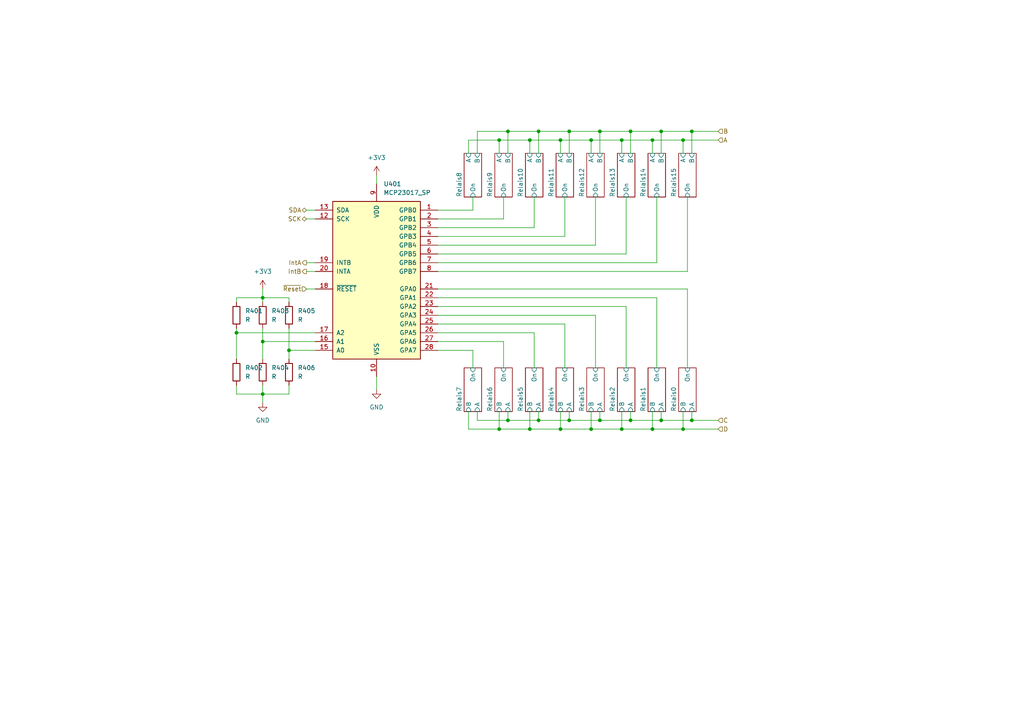
<source format=kicad_sch>
(kicad_sch (version 20211123) (generator eeschema)
  (paper "A4")
  (lib_symbols
    (symbol "Device:R" (pin_numbers hide) (pin_names (offset 0))
      (property "Reference" "R" (at 2.032 0 90))
      (property "Value" "R" (at 0 0 90))
      (symbol "R_0_1"
        (rectangle (start -1.016 -2.54) (end 1.016 2.54) (stroke (width 0.254)))
      )
      (symbol "R_1_1"
        (pin passive line (at 0 3.81 270) (length 1.27) (name "~") (number "1"))
        (pin passive line (at 0 -3.81 90) (length 1.27) (name "~") (number "2"))
      )
    )
    (symbol "Interface_Expansion:MCP23017_SP" (pin_names (offset 1.016))
      (property "Reference" "U" (at -11.43 24.13 0))
      (property "Value" "MCP23017_SP" (at 0 0 0))
      (symbol "MCP23017_SP_0_1"
        (rectangle (start -12.7 22.86) (end 12.7 -22.86) (stroke (width 0.254)) (fill (type background)))
      )
      (symbol "MCP23017_SP_1_1"
        (pin bidirectional line (at 17.78 20.32 180) (length 5.08) (name "GPB0") (number "1"))
        (pin power_in line (at 0 -27.94 90) (length 5.08) (name "VSS") (number "10"))
        (pin no_connect line (at -12.7 15.24 0) (length 5.08) hide (name "NC") (number "11"))
        (pin input line (at -17.78 17.78 0) (length 5.08) (name "SCK") (number "12"))
        (pin bidirectional line (at -17.78 20.32 0) (length 5.08) (name "SDA") (number "13"))
        (pin no_connect line (at -12.7 12.7 0) (length 5.08) hide (name "NC") (number "14"))
        (pin input line (at -17.78 -20.32 0) (length 5.08) (name "A0") (number "15"))
        (pin input line (at -17.78 -17.78 0) (length 5.08) (name "A1") (number "16"))
        (pin input line (at -17.78 -15.24 0) (length 5.08) (name "A2") (number "17"))
        (pin input line (at -17.78 -2.54 0) (length 5.08) (name "~{RESET}") (number "18"))
        (pin tri_state line (at -17.78 5.08 0) (length 5.08) (name "INTB") (number "19"))
        (pin bidirectional line (at 17.78 17.78 180) (length 5.08) (name "GPB1") (number "2"))
        (pin tri_state line (at -17.78 2.54 0) (length 5.08) (name "INTA") (number "20"))
        (pin bidirectional line (at 17.78 -2.54 180) (length 5.08) (name "GPA0") (number "21"))
        (pin bidirectional line (at 17.78 -5.08 180) (length 5.08) (name "GPA1") (number "22"))
        (pin bidirectional line (at 17.78 -7.62 180) (length 5.08) (name "GPA2") (number "23"))
        (pin bidirectional line (at 17.78 -10.16 180) (length 5.08) (name "GPA3") (number "24"))
        (pin bidirectional line (at 17.78 -12.7 180) (length 5.08) (name "GPA4") (number "25"))
        (pin bidirectional line (at 17.78 -15.24 180) (length 5.08) (name "GPA5") (number "26"))
        (pin bidirectional line (at 17.78 -17.78 180) (length 5.08) (name "GPA6") (number "27"))
        (pin bidirectional line (at 17.78 -20.32 180) (length 5.08) (name "GPA7") (number "28"))
        (pin bidirectional line (at 17.78 15.24 180) (length 5.08) (name "GPB2") (number "3"))
        (pin bidirectional line (at 17.78 12.7 180) (length 5.08) (name "GPB3") (number "4"))
        (pin bidirectional line (at 17.78 10.16 180) (length 5.08) (name "GPB4") (number "5"))
        (pin bidirectional line (at 17.78 7.62 180) (length 5.08) (name "GPB5") (number "6"))
        (pin bidirectional line (at 17.78 5.08 180) (length 5.08) (name "GPB6") (number "7"))
        (pin bidirectional line (at 17.78 2.54 180) (length 5.08) (name "GPB7") (number "8"))
        (pin power_in line (at 0 27.94 270) (length 5.08) (name "VDD") (number "9"))
      )
    )
    (symbol "power:+3.3V" (power) (pin_names (offset 0))
      (property "Value" "+3.3V" (at 0 3.556 0))
      (symbol "+3.3V_0_1"
        (polyline (pts (xy -0.762 1.27) (xy 0 2.54)))
        (polyline (pts (xy 0 0) (xy 0 2.54)))
        (polyline (pts (xy 0 2.54) (xy 0.762 1.27)))
      )
      (symbol "+3.3V_1_1"
        (pin power_in line (at 0 0 90) (length 0) hide (name "+3V3") (number "1"))
      )
    )
    (symbol "power:GND" (power) (pin_names (offset 0))
      (property "Value" "GND" (at 0 -3.81 0))
      (symbol "GND_0_1"
        (polyline (pts (xy 0 0) (xy 0 -1.27) (xy 1.27 -1.27) (xy 0 -2.54) (xy -1.27 -1.27) (xy 0 -1.27)))
      )
      (symbol "GND_1_1"
        (pin power_in line (at 0 0 270) (length 0) hide (name "GND") (number "1"))
      )
    )
  )
  (junction (at 162.56 40.64))
  (junction (at 200.66 38.1))
  (junction (at 165.1 38.1))
  (junction (at 147.32 38.1))
  (junction (at 191.77 121.92))
  (junction (at 76.2 114.3))
  (junction (at 189.23 124.46))
  (junction (at 156.21 38.1))
  (junction (at 198.12 124.46))
  (junction (at 171.45 40.64))
  (junction (at 144.78 124.46))
  (junction (at 198.12 40.64))
  (junction (at 162.56 124.46))
  (junction (at 182.88 121.92))
  (junction (at 165.1 121.92))
  (junction (at 76.2 86.36))
  (junction (at 156.21 121.92))
  (junction (at 189.23 40.64))
  (junction (at 153.67 124.46))
  (junction (at 191.77 38.1))
  (junction (at 200.66 121.92))
  (junction (at 147.32 121.92))
  (junction (at 173.99 38.1))
  (junction (at 171.45 124.46))
  (junction (at 173.99 121.92))
  (junction (at 153.67 40.64))
  (junction (at 76.2 99.06))
  (junction (at 182.88 38.1))
  (junction (at 68.58 96.52))
  (junction (at 144.78 40.64))
  (junction (at 180.34 40.64))
  (junction (at 83.82 101.6))
  (junction (at 180.34 124.46))
  (wire (pts (xy 200.66 38.1) (xy 191.77 38.1)))
  (wire (pts (xy 127 96.52) (xy 154.94 96.52)))
  (wire (pts (xy 127 88.9) (xy 181.61 88.9)))
  (wire (pts (xy 172.72 91.44) (xy 172.72 106.68)))
  (wire (pts (xy 198.12 124.46) (xy 189.23 124.46)))
  (wire (pts (xy 147.32 119.38) (xy 147.32 121.92)))
  (wire (pts (xy 163.83 93.98) (xy 127 93.98)))
  (wire (pts (xy 156.21 38.1) (xy 147.32 38.1)))
  (wire (pts (xy 198.12 40.64) (xy 198.12 44.45)))
  (wire (pts (xy 180.34 124.46) (xy 171.45 124.46)))
  (wire (pts (xy 68.58 86.36) (xy 68.58 87.63)))
  (wire (pts (xy 127 66.04) (xy 154.94 66.04)))
  (wire (pts (xy 147.32 121.92) (xy 156.21 121.92)))
  (wire (pts (xy 180.34 119.38) (xy 180.34 124.46)))
  (wire (pts (xy 156.21 38.1) (xy 156.21 44.45)))
  (wire (pts (xy 182.88 38.1) (xy 182.88 44.45)))
  (wire (pts (xy 88.9 83.82) (xy 91.44 83.82)))
  (wire (pts (xy 127 101.6) (xy 137.16 101.6)))
  (wire (pts (xy 163.83 68.58) (xy 163.83 57.15)))
  (wire (pts (xy 76.2 111.76) (xy 76.2 114.3)))
  (wire (pts (xy 173.99 38.1) (xy 165.1 38.1)))
  (wire (pts (xy 162.56 119.38) (xy 162.56 124.46)))
  (wire (pts (xy 182.88 121.92) (xy 191.77 121.92)))
  (wire (pts (xy 180.34 40.64) (xy 180.34 44.45)))
  (wire (pts (xy 83.82 101.6) (xy 83.82 104.14)))
  (wire (pts (xy 191.77 119.38) (xy 191.77 121.92)))
  (wire (pts (xy 146.05 57.15) (xy 146.05 63.5)))
  (wire (pts (xy 76.2 114.3) (xy 83.82 114.3)))
  (wire (pts (xy 68.58 95.25) (xy 68.58 96.52)))
  (wire (pts (xy 76.2 99.06) (xy 76.2 104.14)))
  (wire (pts (xy 146.05 99.06) (xy 127 99.06)))
  (wire (pts (xy 171.45 40.64) (xy 171.45 44.45)))
  (wire (pts (xy 137.16 101.6) (xy 137.16 106.68)))
  (wire (pts (xy 83.82 101.6) (xy 91.44 101.6)))
  (wire (pts (xy 144.78 40.64) (xy 144.78 44.45)))
  (wire (pts (xy 171.45 40.64) (xy 180.34 40.64)))
  (wire (pts (xy 135.89 40.64) (xy 144.78 40.64)))
  (wire (pts (xy 153.67 124.46) (xy 144.78 124.46)))
  (wire (pts (xy 68.58 114.3) (xy 76.2 114.3)))
  (wire (pts (xy 127 60.96) (xy 137.16 60.96)))
  (wire (pts (xy 198.12 119.38) (xy 198.12 124.46)))
  (wire (pts (xy 135.89 44.45) (xy 135.89 40.64)))
  (wire (pts (xy 144.78 119.38) (xy 144.78 124.46)))
  (wire (pts (xy 138.43 121.92) (xy 147.32 121.92)))
  (wire (pts (xy 153.67 40.64) (xy 162.56 40.64)))
  (wire (pts (xy 109.22 109.22) (xy 109.22 113.03)))
  (wire (pts (xy 76.2 99.06) (xy 91.44 99.06)))
  (wire (pts (xy 199.39 78.74) (xy 199.39 57.15)))
  (wire (pts (xy 76.2 114.3) (xy 76.2 116.84)))
  (wire (pts (xy 88.9 63.5) (xy 91.44 63.5)))
  (wire (pts (xy 182.88 119.38) (xy 182.88 121.92)))
  (wire (pts (xy 190.5 86.36) (xy 190.5 106.68)))
  (wire (pts (xy 200.66 44.45) (xy 200.66 38.1)))
  (wire (pts (xy 200.66 38.1) (xy 208.28 38.1)))
  (wire (pts (xy 156.21 121.92) (xy 165.1 121.92)))
  (wire (pts (xy 68.58 96.52) (xy 68.58 104.14)))
  (wire (pts (xy 198.12 40.64) (xy 208.28 40.64)))
  (wire (pts (xy 163.83 106.68) (xy 163.83 93.98)))
  (wire (pts (xy 127 78.74) (xy 199.39 78.74)))
  (wire (pts (xy 189.23 40.64) (xy 189.23 44.45)))
  (wire (pts (xy 88.9 76.2) (xy 91.44 76.2)))
  (wire (pts (xy 147.32 38.1) (xy 147.32 44.45)))
  (wire (pts (xy 83.82 87.63) (xy 83.82 86.36)))
  (wire (pts (xy 198.12 124.46) (xy 208.28 124.46)))
  (wire (pts (xy 68.58 111.76) (xy 68.58 114.3)))
  (wire (pts (xy 165.1 38.1) (xy 156.21 38.1)))
  (wire (pts (xy 127 83.82) (xy 199.39 83.82)))
  (wire (pts (xy 127 71.12) (xy 172.72 71.12)))
  (wire (pts (xy 88.9 78.74) (xy 91.44 78.74)))
  (wire (pts (xy 127 63.5) (xy 146.05 63.5)))
  (wire (pts (xy 165.1 38.1) (xy 165.1 44.45)))
  (wire (pts (xy 88.9 60.96) (xy 91.44 60.96)))
  (wire (pts (xy 191.77 38.1) (xy 191.77 44.45)))
  (wire (pts (xy 200.66 121.92) (xy 208.28 121.92)))
  (wire (pts (xy 162.56 40.64) (xy 162.56 44.45)))
  (wire (pts (xy 147.32 38.1) (xy 138.43 38.1)))
  (wire (pts (xy 153.67 40.64) (xy 153.67 44.45)))
  (wire (pts (xy 153.67 119.38) (xy 153.67 124.46)))
  (wire (pts (xy 127 73.66) (xy 181.61 73.66)))
  (wire (pts (xy 68.58 96.52) (xy 91.44 96.52)))
  (wire (pts (xy 127 91.44) (xy 172.72 91.44)))
  (wire (pts (xy 144.78 40.64) (xy 153.67 40.64)))
  (wire (pts (xy 181.61 73.66) (xy 181.61 57.15)))
  (wire (pts (xy 83.82 95.25) (xy 83.82 101.6)))
  (wire (pts (xy 127 76.2) (xy 190.5 76.2)))
  (wire (pts (xy 76.2 86.36) (xy 68.58 86.36)))
  (wire (pts (xy 109.22 50.8) (xy 109.22 53.34)))
  (wire (pts (xy 76.2 86.36) (xy 76.2 87.63)))
  (wire (pts (xy 83.82 111.76) (xy 83.82 114.3)))
  (wire (pts (xy 191.77 121.92) (xy 200.66 121.92)))
  (wire (pts (xy 189.23 40.64) (xy 198.12 40.64)))
  (wire (pts (xy 171.45 119.38) (xy 171.45 124.46)))
  (wire (pts (xy 190.5 76.2) (xy 190.5 57.15)))
  (wire (pts (xy 162.56 40.64) (xy 171.45 40.64)))
  (wire (pts (xy 199.39 106.68) (xy 199.39 83.82)))
  (wire (pts (xy 156.21 119.38) (xy 156.21 121.92)))
  (wire (pts (xy 138.43 119.38) (xy 138.43 121.92)))
  (wire (pts (xy 165.1 119.38) (xy 165.1 121.92)))
  (wire (pts (xy 182.88 38.1) (xy 173.99 38.1)))
  (wire (pts (xy 181.61 106.68) (xy 181.61 88.9)))
  (wire (pts (xy 138.43 38.1) (xy 138.43 44.45)))
  (wire (pts (xy 135.89 119.38) (xy 135.89 124.46)))
  (wire (pts (xy 137.16 60.96) (xy 137.16 57.15)))
  (wire (pts (xy 165.1 121.92) (xy 173.99 121.92)))
  (wire (pts (xy 154.94 66.04) (xy 154.94 57.15)))
  (wire (pts (xy 76.2 83.82) (xy 76.2 86.36)))
  (wire (pts (xy 171.45 124.46) (xy 162.56 124.46)))
  (wire (pts (xy 173.99 119.38) (xy 173.99 121.92)))
  (wire (pts (xy 162.56 124.46) (xy 153.67 124.46)))
  (wire (pts (xy 127 86.36) (xy 190.5 86.36)))
  (wire (pts (xy 173.99 121.92) (xy 182.88 121.92)))
  (wire (pts (xy 83.82 86.36) (xy 76.2 86.36)))
  (wire (pts (xy 154.94 96.52) (xy 154.94 106.68)))
  (wire (pts (xy 127 68.58) (xy 163.83 68.58)))
  (wire (pts (xy 76.2 95.25) (xy 76.2 99.06)))
  (wire (pts (xy 146.05 106.68) (xy 146.05 99.06)))
  (wire (pts (xy 173.99 38.1) (xy 173.99 44.45)))
  (wire (pts (xy 172.72 71.12) (xy 172.72 57.15)))
  (wire (pts (xy 189.23 124.46) (xy 180.34 124.46)))
  (wire (pts (xy 144.78 124.46) (xy 135.89 124.46)))
  (wire (pts (xy 180.34 40.64) (xy 189.23 40.64)))
  (wire (pts (xy 189.23 119.38) (xy 189.23 124.46)))
  (wire (pts (xy 191.77 38.1) (xy 182.88 38.1)))
  (wire (pts (xy 200.66 121.92) (xy 200.66 119.38)))
  (hierarchical_label "B" (shape input) (at 208.28 38.1 0))
  (hierarchical_label "~{Reset}" (shape input) (at 88.9 83.82 180))
  (hierarchical_label "A" (shape input) (at 208.28 40.64 0))
  (hierarchical_label "C" (shape input) (at 208.28 121.92 0))
  (hierarchical_label "D" (shape input) (at 208.28 124.46 0))
  (hierarchical_label "IntA" (shape output) (at 88.9 76.2 180))
  (hierarchical_label "SDA" (shape bidirectional) (at 88.9 60.96 180))
  (hierarchical_label "SCK" (shape bidirectional) (at 88.9 63.5 180))
  (hierarchical_label "IntB" (shape output) (at 88.9 78.74 180))
  (symbol (lib_id "Device:R") (at 83.82 107.95 0) (unit 1)
    (property "Reference" "R406" (at 86.36 106.6799 0) (effects (justify left)))
    (property "Value" "R" (at 86.36 109.2199 0) (effects (justify left)))
    (property "Footprint" "Resistor_THT:R_Axial_DIN0207_L6.3mm_D2.5mm_P10.16mm_Horizontal" (effects hide))
  )
  (symbol (lib_id "power:+3.3V") (at 109.22 50.8 0) (unit 1)
    (property "Reference" "#PWR0403" (effects hide))
    (property "Value" "+3.3V" (at 109.22 45.72 0))
  )
  (symbol (lib_id "Device:R") (at 68.58 91.44 0) (unit 1)
    (property "Reference" "R401" (at 71.12 90.1699 0) (effects (justify left)))
    (property "Value" "R" (at 71.12 92.7099 0) (effects (justify left)))
    (property "Footprint" "Resistor_THT:R_Axial_DIN0207_L6.3mm_D2.5mm_P10.16mm_Horizontal" (effects hide))
  )
  (symbol (lib_id "Device:R") (at 76.2 91.44 0) (unit 1)
    (property "Reference" "R403" (at 78.74 90.1699 0) (effects (justify left)))
    (property "Value" "R" (at 78.74 92.7099 0) (effects (justify left)))
    (property "Footprint" "Resistor_THT:R_Axial_DIN0207_L6.3mm_D2.5mm_P10.16mm_Horizontal" (effects hide))
  )
  (symbol (lib_id "power:GND") (at 76.2 116.84 0) (unit 1)
    (property "Reference" "#PWR0402" (effects hide))
    (property "Value" "GND" (at 76.2 121.92 0))
  )
  (symbol (lib_id "power:+3.3V") (at 76.2 83.82 0) (unit 1)
    (property "Reference" "#PWR0401" (effects hide))
    (property "Value" "+3.3V" (at 76.2 78.74 0))
  )
  (symbol (lib_id "Device:R") (at 83.82 91.44 0) (unit 1)
    (property "Reference" "R405" (at 86.36 90.1699 0) (effects (justify left)))
    (property "Value" "R" (at 86.36 92.7099 0) (effects (justify left)))
    (property "Footprint" "Resistor_THT:R_Axial_DIN0207_L6.3mm_D2.5mm_P10.16mm_Horizontal" (effects hide))
  )
  (symbol (lib_id "Interface_Expansion:MCP23017_SP") (at 109.22 81.28 0) (unit 1)
    (property "Reference" "U401" (at 111.2394 53.34 0) (effects (justify left)))
    (property "Value" "MCP23017_SP" (at 111.2394 55.88 0) (effects (justify left)))
    (property "Footprint" "Package_DIP:DIP-28_W7.62mm" (effects hide))
    (property "Datasheet" "http://ww1.microchip.com/downloads/en/DeviceDoc/20001952C.pdf" (effects hide))
  )
  (symbol (lib_id "Device:R") (at 76.2 107.95 0) (unit 1)
    (property "Reference" "R404" (at 78.74 106.6799 0) (effects (justify left)))
    (property "Value" "R" (at 78.74 109.2199 0) (effects (justify left)))
    (property "Footprint" "Resistor_THT:R_Axial_DIN0207_L6.3mm_D2.5mm_P10.16mm_Horizontal" (effects hide))
  )
  (symbol (lib_id "Device:R") (at 68.58 107.95 0) (unit 1)
    (property "Reference" "R402" (at 71.12 106.6799 0) (effects (justify left)))
    (property "Value" "R" (at 71.12 109.2199 0) (effects (justify left)))
    (property "Footprint" "Resistor_THT:R_Axial_DIN0207_L6.3mm_D2.5mm_P10.16mm_Horizontal" (effects hide))
  )
  (symbol (lib_id "power:GND") (at 109.22 113.03 0) (unit 1)
    (property "Reference" "#PWR0404" (effects hide))
    (property "Value" "GND" (at 109.22 118.11 0))
  )
  (sheet (at 134.62 106.68) (size 5.08 12.7) (stroke (width 0.1524))
    (property "Sheet name" "Relais7" (at 133.9084 119.38 90) (effects (justify left bottom)))
    (property "Sheet file" "Relais.kicad_sch" (effects hide))
    (pin "B" input (at 135.89 119.38 270))
    (pin "A" input (at 138.43 119.38 270))
    (pin "On" input (at 137.16 106.68 90))
  )
  (sheet (at 187.96 44.45) (size 5.08 12.7) (stroke (width 0.1524))
    (property "Sheet name" "Relais14" (at 187.2484 57.15 90) (effects (justify left bottom)))
    (property "Sheet file" "Relais.kicad_sch" (effects hide))
    (pin "B" input (at 191.77 44.45 90))
    (pin "A" input (at 189.23 44.45 90))
    (pin "On" input (at 190.5 57.15 270))
  )
  (sheet (at 143.51 106.68) (size 5.08 12.7) (stroke (width 0.1524))
    (property "Sheet name" "Relais6" (at 142.7984 119.38 90) (effects (justify left bottom)))
    (property "Sheet file" "Relais.kicad_sch" (effects hide))
    (pin "B" input (at 144.78 119.38 270))
    (pin "A" input (at 147.32 119.38 270))
    (pin "On" input (at 146.05 106.68 90))
  )
  (sheet (at 196.85 44.45) (size 5.08 12.7) (stroke (width 0.1524))
    (property "Sheet name" "Relais15" (at 196.1384 57.15 90) (effects (justify left bottom)))
    (property "Sheet file" "Relais.kicad_sch" (effects hide))
    (pin "B" input (at 200.66 44.45 90))
    (pin "A" input (at 198.12 44.45 90))
    (pin "On" input (at 199.39 57.15 270))
  )
  (sheet (at 179.07 106.68) (size 5.08 12.7) (stroke (width 0.1524))
    (property "Sheet name" "Relais2" (at 178.3584 119.38 90) (effects (justify left bottom)))
    (property "Sheet file" "Relais.kicad_sch" (effects hide))
    (pin "B" input (at 180.34 119.38 270))
    (pin "A" input (at 182.88 119.38 270))
    (pin "On" input (at 181.61 106.68 90))
  )
  (sheet (at 161.29 106.68) (size 5.08 12.7) (stroke (width 0.1524))
    (property "Sheet name" "Relais4" (at 160.5784 119.38 90) (effects (justify left bottom)))
    (property "Sheet file" "Relais.kicad_sch" (effects hide))
    (pin "B" input (at 162.56 119.38 270))
    (pin "A" input (at 165.1 119.38 270))
    (pin "On" input (at 163.83 106.68 90))
  )
  (sheet (at 143.51 44.45) (size 5.08 12.7) (stroke (width 0.1524))
    (property "Sheet name" "Relais9" (at 142.7984 57.15 90) (effects (justify left bottom)))
    (property "Sheet file" "Relais.kicad_sch" (effects hide))
    (pin "B" input (at 147.32 44.45 90))
    (pin "A" input (at 144.78 44.45 90))
    (pin "On" input (at 146.05 57.15 270))
  )
  (sheet (at 134.62 44.45) (size 5.08 12.7) (stroke (width 0.1524))
    (property "Sheet name" "Relais8" (at 133.9084 57.15 90) (effects (justify left bottom)))
    (property "Sheet file" "Relais.kicad_sch" (effects hide))
    (pin "B" input (at 138.43 44.45 90))
    (pin "A" input (at 135.89 44.45 90))
    (pin "On" input (at 137.16 57.15 270))
  )
  (sheet (at 187.96 106.68) (size 5.08 12.7) (stroke (width 0.1524))
    (property "Sheet name" "Relais1" (at 187.2484 119.38 90) (effects (justify left bottom)))
    (property "Sheet file" "Relais.kicad_sch" (effects hide))
    (pin "B" input (at 189.23 119.38 270))
    (pin "A" input (at 191.77 119.38 270))
    (pin "On" input (at 190.5 106.68 90))
  )
  (sheet (at 170.18 44.45) (size 5.08 12.7) (stroke (width 0.1524))
    (property "Sheet name" "Relais12" (at 169.4684 57.15 90) (effects (justify left bottom)))
    (property "Sheet file" "Relais.kicad_sch" (effects hide))
    (pin "B" input (at 173.99 44.45 90))
    (pin "A" input (at 171.45 44.45 90))
    (pin "On" input (at 172.72 57.15 270))
  )
  (sheet (at 170.18 106.68) (size 5.08 12.7) (stroke (width 0.1524))
    (property "Sheet name" "Relais3" (at 169.4684 119.38 90) (effects (justify left bottom)))
    (property "Sheet file" "Relais.kicad_sch" (effects hide))
    (pin "B" input (at 171.45 119.38 270))
    (pin "A" input (at 173.99 119.38 270))
    (pin "On" input (at 172.72 106.68 90))
  )
  (sheet (at 161.29 44.45) (size 5.08 12.7) (stroke (width 0.1524))
    (property "Sheet name" "Relais11" (at 160.5784 57.15 90) (effects (justify left bottom)))
    (property "Sheet file" "Relais.kicad_sch" (effects hide))
    (pin "B" input (at 165.1 44.45 90))
    (pin "A" input (at 162.56 44.45 90))
    (pin "On" input (at 163.83 57.15 270))
  )
  (sheet (at 179.07 44.45) (size 5.08 12.7) (stroke (width 0.1524))
    (property "Sheet name" "Relais13" (at 178.3584 57.15 90) (effects (justify left bottom)))
    (property "Sheet file" "Relais.kicad_sch" (effects hide))
    (pin "B" input (at 182.88 44.45 90))
    (pin "A" input (at 180.34 44.45 90))
    (pin "On" input (at 181.61 57.15 270))
  )
  (sheet (at 152.4 106.68) (size 5.08 12.7) (stroke (width 0.1524))
    (property "Sheet name" "Relais5" (at 151.6884 119.38 90) (effects (justify left bottom)))
    (property "Sheet file" "Relais.kicad_sch" (effects hide))
    (pin "B" input (at 153.67 119.38 270))
    (pin "A" input (at 156.21 119.38 270))
    (pin "On" input (at 154.94 106.68 90))
  )
  (sheet (at 196.85 106.68) (size 5.08 12.7) (stroke (width 0.1524))
    (property "Sheet name" "Relais0" (at 196.1384 119.38 90) (effects (justify left bottom)))
    (property "Sheet file" "Relais.kicad_sch" (effects hide))
    (pin "B" input (at 198.12 119.38 270))
    (pin "A" input (at 200.66 119.38 270))
    (pin "On" input (at 199.39 106.68 90))
  )
  (sheet (at 152.4 44.45) (size 5.08 12.7) (stroke (width 0.1524))
    (property "Sheet name" "Relais10" (at 151.6884 57.15 90) (effects (justify left bottom)))
    (property "Sheet file" "Relais.kicad_sch" (effects hide))
    (pin "B" input (at 156.21 44.45 90))
    (pin "A" input (at 153.67 44.45 90))
    (pin "On" input (at 154.94 57.15 270))
  )
)
</source>
